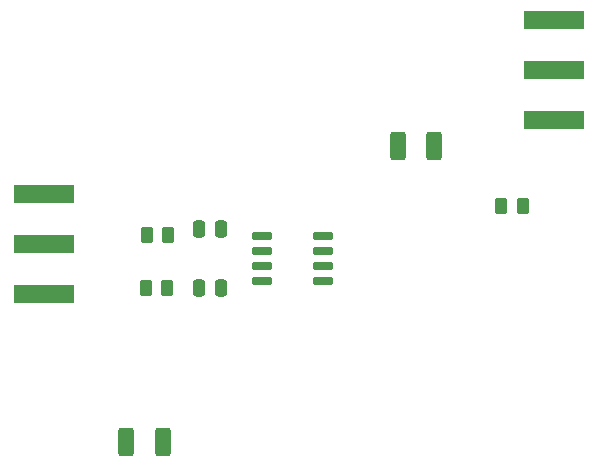
<source format=gbr>
%TF.GenerationSoftware,KiCad,Pcbnew,9.0.6*%
%TF.CreationDate,2025-12-13T21:20:45-05:00*%
%TF.ProjectId,OpAMP,4f70414d-502e-46b6-9963-61645f706362,rev?*%
%TF.SameCoordinates,Original*%
%TF.FileFunction,Paste,Top*%
%TF.FilePolarity,Positive*%
%FSLAX46Y46*%
G04 Gerber Fmt 4.6, Leading zero omitted, Abs format (unit mm)*
G04 Created by KiCad (PCBNEW 9.0.6) date 2025-12-13 21:20:45*
%MOMM*%
%LPD*%
G01*
G04 APERTURE LIST*
G04 Aperture macros list*
%AMRoundRect*
0 Rectangle with rounded corners*
0 $1 Rounding radius*
0 $2 $3 $4 $5 $6 $7 $8 $9 X,Y pos of 4 corners*
0 Add a 4 corners polygon primitive as box body*
4,1,4,$2,$3,$4,$5,$6,$7,$8,$9,$2,$3,0*
0 Add four circle primitives for the rounded corners*
1,1,$1+$1,$2,$3*
1,1,$1+$1,$4,$5*
1,1,$1+$1,$6,$7*
1,1,$1+$1,$8,$9*
0 Add four rect primitives between the rounded corners*
20,1,$1+$1,$2,$3,$4,$5,0*
20,1,$1+$1,$4,$5,$6,$7,0*
20,1,$1+$1,$6,$7,$8,$9,0*
20,1,$1+$1,$8,$9,$2,$3,0*%
G04 Aperture macros list end*
%ADD10RoundRect,0.250000X-0.250000X-0.475000X0.250000X-0.475000X0.250000X0.475000X-0.250000X0.475000X0*%
%ADD11R,5.080000X1.500000*%
%ADD12RoundRect,0.250000X-0.420000X-0.945000X0.420000X-0.945000X0.420000X0.945000X-0.420000X0.945000X0*%
%ADD13RoundRect,0.150000X-0.725000X-0.150000X0.725000X-0.150000X0.725000X0.150000X-0.725000X0.150000X0*%
%ADD14RoundRect,0.250000X-0.262500X-0.450000X0.262500X-0.450000X0.262500X0.450000X-0.262500X0.450000X0*%
G04 APERTURE END LIST*
D10*
%TO.C,C2*%
X132100000Y-82000000D03*
X134000000Y-82000000D03*
%TD*%
D11*
%TO.C,J2*%
X162137500Y-72750000D03*
X162137500Y-64250000D03*
X162137500Y-68500000D03*
%TD*%
D12*
%TO.C,C1*%
X125960000Y-100000000D03*
X129040000Y-100000000D03*
%TD*%
%TO.C,C4*%
X152040000Y-75000000D03*
X148960000Y-75000000D03*
%TD*%
D10*
%TO.C,C3*%
X134000000Y-87000000D03*
X132100000Y-87000000D03*
%TD*%
D13*
%TO.C,U1*%
X142575000Y-82595000D03*
X142575000Y-83865000D03*
X142575000Y-85135000D03*
X142575000Y-86405000D03*
X137425000Y-86405000D03*
X137425000Y-85135000D03*
X137425000Y-83865000D03*
X137425000Y-82595000D03*
%TD*%
D14*
%TO.C,R3*%
X157675000Y-80000000D03*
X159500000Y-80000000D03*
%TD*%
%TO.C,R2*%
X127587500Y-87000000D03*
X129412500Y-87000000D03*
%TD*%
%TO.C,R1*%
X127675000Y-82500000D03*
X129500000Y-82500000D03*
%TD*%
D11*
%TO.C,J1*%
X119000000Y-83250000D03*
X119000000Y-87500000D03*
X119000000Y-79000000D03*
%TD*%
M02*

</source>
